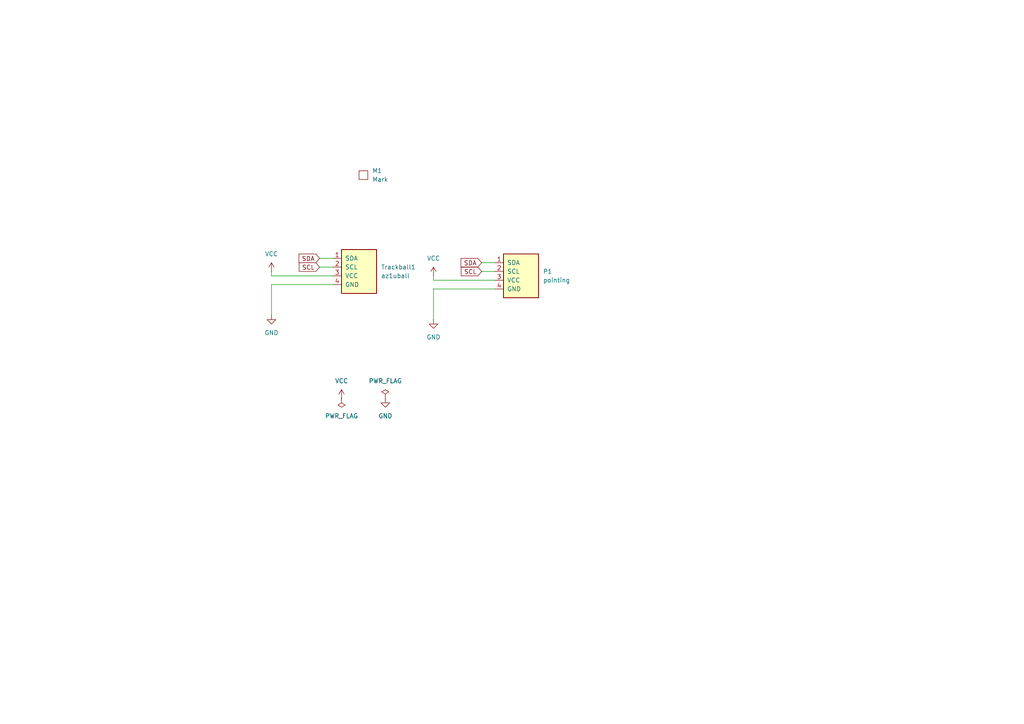
<source format=kicad_sch>
(kicad_sch (version 20231120) (generator "eeschema") (generator_version "8.0")
  (paper "A4")
  (lib_symbols
    (symbol "BrownSugar_KBD:Mark" (pin_numbers hide) (pin_names (offset 0) hide)
      (property "Reference" "M" (at 0 3.81 0))
      (property "Value" "Mark" (at 0 2.54 0))
      (symbol "Mark_0_1"
        (rectangle (start -1.27 1.27) (end 1.27 -1.27))
      )
    )
    (symbol "BrownSugar_KBD:OLED" (pin_names (offset 1.016))
      (property "Reference" "OL" (at 0 7.62 0))
      (property "Value" "OLED" (at 0 -7.62 0))
      (symbol "OLED_0_1"
        (rectangle (start -5.08 6.35) (end 5.08 -6.35) (stroke (width 0.254)) (fill (type background)))
      )
      (symbol "OLED_1_1"
        (pin bidirectional line (at -7.62 3.81 0) (length 2.54) (name "SDA") (number "1"))
        (pin bidirectional line (at -7.62 1.27 0) (length 2.54) (name "SCL") (number "2"))
        (pin power_in line (at -7.62 -1.27 0) (length 2.54) (name "VCC") (number "3"))
        (pin power_in line (at -7.62 -3.81 0) (length 2.54) (name "GND") (number "4"))
      )
    )
    (symbol "power:GND" (power) (pin_numbers hide) (pin_names (offset 0) hide)
      (property "Value" "GND" (at 0 -3.81 0))
      (symbol "GND_0_1"
        (polyline (pts (xy 0 0) (xy 0 -1.27) (xy 1.27 -1.27) (xy 0 -2.54) (xy -1.27 -1.27) (xy 0 -1.27)))
      )
      (symbol "GND_1_1"
        (pin power_in line (at 0 0 270) (length 0) (name "~") (number "1"))
      )
    )
    (symbol "power:PWR_FLAG" (power) (pin_numbers hide) (pin_names (offset 0) hide)
      (property "Value" "PWR_FLAG" (at 0 3.81 0))
      (symbol "PWR_FLAG_0_0"
        (pin power_out line (at 0 0 90) (length 0) (name "~") (number "1"))
      )
      (symbol "PWR_FLAG_0_1"
        (polyline (pts (xy 0 0) (xy 0 1.27) (xy -1.016 1.905) (xy 0 2.54) (xy 1.016 1.905) (xy 0 1.27)))
      )
    )
    (symbol "power:VCC" (power) (pin_numbers hide) (pin_names (offset 0) hide)
      (property "Value" "VCC" (at 0 3.556 0))
      (symbol "VCC_0_1"
        (polyline (pts (xy -0.762 1.27) (xy 0 2.54)))
        (polyline (pts (xy 0 0) (xy 0 2.54)))
        (polyline (pts (xy 0 2.54) (xy 0.762 1.27)))
      )
      (symbol "VCC_1_1"
        (pin power_in line (at 0 0 90) (length 0) (name "~") (number "1"))
      )
    )
  )
  (wire (pts (xy 125.73 80.01) (xy 125.73 81.28)))
  (wire (pts (xy 78.74 82.55) (xy 96.52 82.55)))
  (wire (pts (xy 125.73 81.28) (xy 143.51 81.28)))
  (wire (pts (xy 125.73 83.82) (xy 143.51 83.82)))
  (wire (pts (xy 78.74 80.01) (xy 96.52 80.01)))
  (wire (pts (xy 78.74 82.55) (xy 78.74 91.44)))
  (wire (pts (xy 139.7 76.2) (xy 143.51 76.2)))
  (wire (pts (xy 92.71 74.93) (xy 96.52 74.93)))
  (wire (pts (xy 92.71 77.47) (xy 96.52 77.47)))
  (wire (pts (xy 125.73 83.82) (xy 125.73 92.71)))
  (wire (pts (xy 78.74 78.74) (xy 78.74 80.01)))
  (wire (pts (xy 139.7 78.74) (xy 143.51 78.74)))
  (global_label "SCL" (shape input) (at 92.71 77.47 180) (property "Intersheetrefs" "${INTERSHEET_REFS}" (effects (hide yes))))
  (global_label "SCL" (shape input) (at 139.7 78.74 180) (property "Intersheetrefs" "${INTERSHEET_REFS}" (effects (hide yes))))
  (global_label "SDA" (shape input) (at 139.7 76.2 180) (property "Intersheetrefs" "${INTERSHEET_REFS}" (effects (hide yes))))
  (global_label "SDA" (shape input) (at 92.71 74.93 180) (property "Intersheetrefs" "${INTERSHEET_REFS}" (effects (hide yes))))
  (symbol (lib_id "power:GND") (at 125.73 92.71 0) (unit 1)
    (property "Reference" "#PWR04" (effects (hide yes)))
    (property "Value" "GND" (at 125.73 97.79 0))
    (property "Description" "Power symbol creates a global label with name \"GND\" , ground" (effects (hide yes)))
  )
  (symbol (lib_id "power:VCC") (at 99.06 115.57 0) (unit 1)
    (property "Reference" "#PWR05" (effects (hide yes)))
    (property "Value" "VCC" (at 99.06 110.49 0))
    (property "Description" "Power symbol creates a global label with name \"VCC\"" (effects (hide yes)))
  )
  (symbol (lib_id "power:PWR_FLAG") (at 99.06 115.57 180) (unit 1)
    (property "Reference" "#FLG01" (effects (hide yes)))
    (property "Value" "PWR_FLAG" (at 99.06 120.65 0))
    (property "Description" "Special symbol for telling ERC where power comes from" (effects (hide yes)))
  )
  (symbol (lib_id "power:GND") (at 78.74 91.44 0) (unit 1)
    (property "Reference" "#PWR02" (effects (hide yes)))
    (property "Value" "GND" (at 78.74 96.52 0))
    (property "Description" "Power symbol creates a global label with name \"GND\" , ground" (effects (hide yes)))
  )
  (symbol (lib_id "power:VCC") (at 125.73 80.01 0) (unit 1)
    (property "Reference" "#PWR03" (effects (hide yes)))
    (property "Value" "VCC" (at 125.73 74.93 0))
    (property "Description" "Power symbol creates a global label with name \"VCC\"" (effects (hide yes)))
  )
  (symbol (lib_id "power:VCC") (at 78.74 78.74 0) (unit 1)
    (property "Reference" "#PWR01" (effects (hide yes)))
    (property "Value" "VCC" (at 78.74 73.66 0))
    (property "Description" "Power symbol creates a global label with name \"VCC\"" (effects (hide yes)))
  )
  (symbol (lib_id "BrownSugar_KBD:Mark") (at 105.41 50.8 0) (unit 1)
    (property "Reference" "M1" (at 107.95 49.5299 0) (effects (justify left)))
    (property "Value" "Mark" (at 107.95 52.0699 0) (effects (justify left)))
    (property "Footprint" "Rikkodo_FootPrint:rkd_Point_Hall" (effects (hide yes)))
  )
  (symbol (lib_id "BrownSugar_KBD:OLED") (at 104.14 78.74 0) (unit 1)
    (property "Reference" "Trackball1" (at 110.49 77.4699 0) (effects (justify left)))
    (property "Value" "az1uball" (at 110.49 80.0099 0) (effects (justify left)))
    (property "Footprint" "kicad:AZ1UBALL" (effects (hide yes)))
  )
  (symbol (lib_id "power:GND") (at 111.76 115.57 0) (unit 1)
    (property "Reference" "#PWR06" (effects (hide yes)))
    (property "Value" "GND" (at 111.76 120.65 0))
    (property "Description" "Power symbol creates a global label with name \"GND\" , ground" (effects (hide yes)))
  )
  (symbol (lib_id "power:PWR_FLAG") (at 111.76 115.57 0) (unit 1)
    (property "Reference" "#FLG02" (effects (hide yes)))
    (property "Value" "PWR_FLAG" (at 111.76 110.49 0))
    (property "Description" "Special symbol for telling ERC where power comes from" (effects (hide yes)))
  )
  (symbol (lib_id "BrownSugar_KBD:OLED") (at 151.13 80.01 0) (unit 1)
    (property "Reference" "P1" (at 157.48 78.7399 0) (effects (justify left)))
    (property "Value" "pointing" (at 157.48 81.2799 0) (effects (justify left)))
    (property "Footprint" "kbd_Parts:OLED" (effects (hide yes)))
  )
)
</source>
